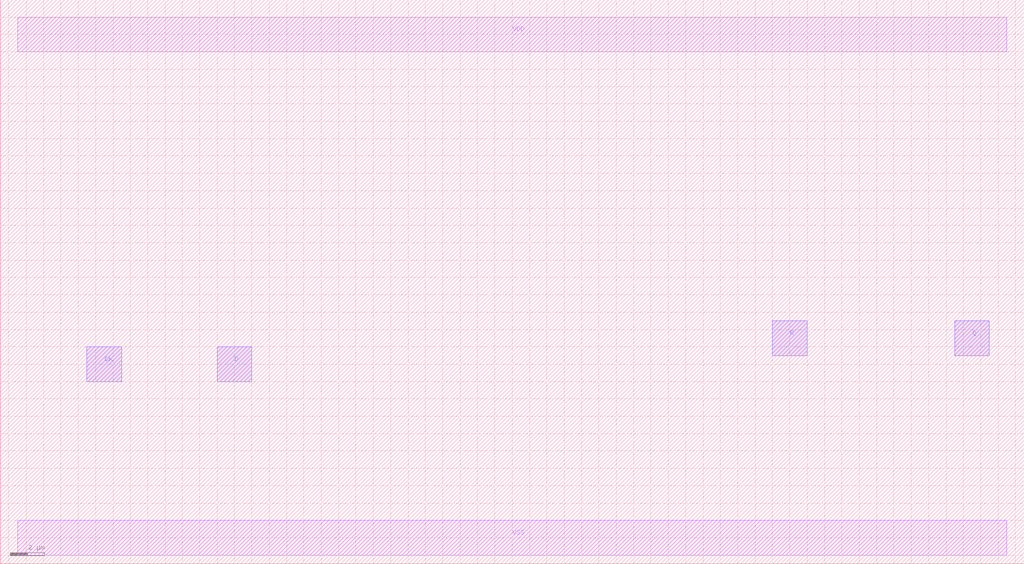
<source format=lef>
# C:/Users/akita/Documents/rff1.lef
# Created by Glade release version 4.7.35 compiled on May 19 2020 19:14:35
# Run by akita on host LAPTOP-E0CJ65QR at Wed Jun  3 17:43:57 2020

VERSION 5.6 ;
NAMESCASESENSITIVE ON ;
BUSBITCHARS "[]" ;
DIVIDERCHAR "/"  ;
UNITS
    DATABASE MICRONS 1000 ;
END UNITS

MACRO rff1
    CLASS core ;
    FOREIGN rff1 -1.500 -1.500 ;
    ORIGIN 1.500 1.500 ;
    SIZE 59.000 BY 32.500 ;
    PIN CK
        DIRECTION INPUT ;
        USE SIGNAL ;
        PORT
        LAYER ML2 ;
        RECT 3.500 9.000 5.500 11.000 ;
        LAYER ML1 ;
        RECT 3.500 9.000 5.500 11.000 ;
        END
    END CK
    PIN R
        DIRECTION INPUT ;
        USE SIGNAL ;
        PORT
        LAYER ML2 ;
        RECT 43.000 10.500 45.000 12.500 ;
        LAYER ML1 ;
        RECT 43.000 10.500 45.000 12.500 ;
        END
    END R
    PIN Q
        DIRECTION OUTPUT ;
        USE SIGNAL ;
        PORT
        LAYER ML2 ;
        RECT 53.500 10.500 55.500 12.500 ;
        LAYER ML1 ;
        RECT 53.500 10.500 55.500 12.500 ;
        END
    END Q
    PIN D
        DIRECTION INPUT ;
        USE POWER ;
        PORT
        LAYER ML2 ;
        RECT 11.000 9.000 13.000 11.000 ;
        LAYER ML1 ;
        RECT 11.000 9.000 13.000 11.000 ;
        END
    END D
    PIN VDD
        DIRECTION INOUT ;
        USE POWER ;
        PORT
        LAYER ML1 ;
        RECT -0.500 28.000 56.500 30.000 ;
        END
    END VDD
    PIN VSS
        DIRECTION INOUT ;
        USE GROUND ;
        PORT
        LAYER ML1 ;
        RECT -0.500 -1.000 56.500 1.000 ;
        END
    END VSS
    OBS
    END
END rff1

END LIBRARY

</source>
